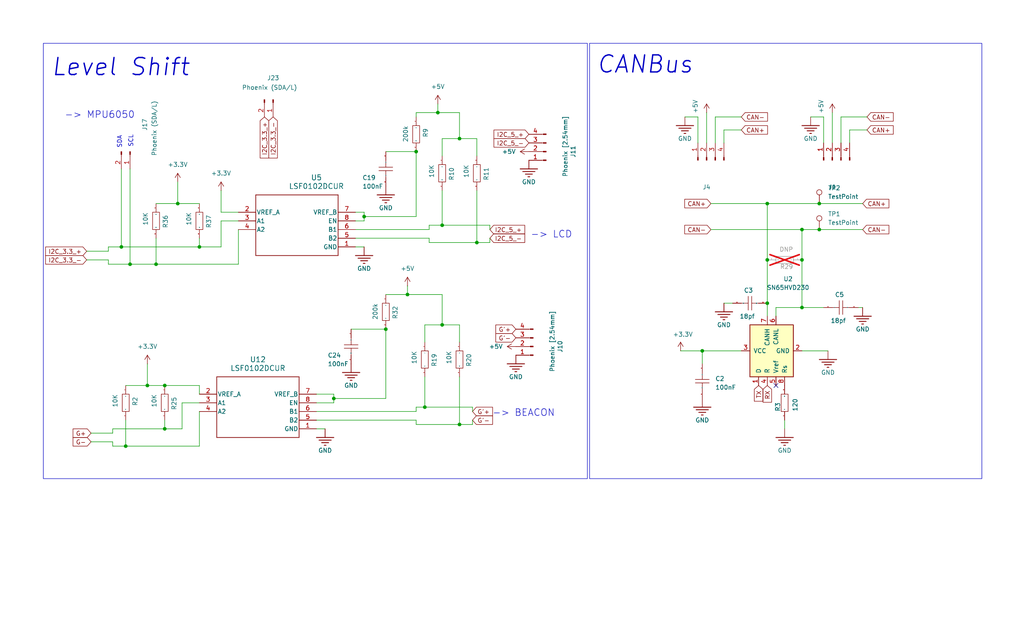
<source format=kicad_sch>
(kicad_sch (version 20250114) (generator "eeschema") (generator_version "9.0")
  (paper "User" 300 185)
  (lib_symbols
    (symbol "Connector:Conn_01x02_Pin" (pin_names (offset 1.016) (hide yes))
      (property "Reference" "J" (at 0 2.54 0))
      (property "Value" "Conn_01x02_Pin" (at 0 -5.08 0))
      (symbol "Conn_01x02_Pin_1_1"
        (rectangle (start 0.8636 0.127) (end 0 -0.127) (stroke (width 0.1524)) (fill (type outline)))
        (rectangle (start 0.8636 -2.413) (end 0 -2.667) (stroke (width 0.1524)) (fill (type outline)))
        (polyline (pts (xy 1.27 0) (xy 0.8636 0)) (stroke (width 0.1524)))
        (polyline (pts (xy 1.27 -2.54) (xy 0.8636 -2.54)) (stroke (width 0.1524)))
        (pin passive line (at 5.08 0 180) (length 3.81) (name "Pin_1") (number "1"))
        (pin passive line (at 5.08 -2.54 180) (length 3.81) (name "Pin_2") (number "2"))
      )
    )
    (symbol "Connector:Conn_01x04_Pin" (pin_names (offset 1.016) (hide yes))
      (property "Reference" "J" (at 0 5.08 0))
      (property "Value" "Conn_01x04_Pin" (at 0 -7.62 0))
      (symbol "Conn_01x04_Pin_1_1"
        (rectangle (start 0.8636 2.667) (end 0 2.413) (stroke (width 0.1524)) (fill (type outline)))
        (rectangle (start 0.8636 0.127) (end 0 -0.127) (stroke (width 0.1524)) (fill (type outline)))
        (rectangle (start 0.8636 -2.413) (end 0 -2.667) (stroke (width 0.1524)) (fill (type outline)))
        (rectangle (start 0.8636 -4.953) (end 0 -5.207) (stroke (width 0.1524)) (fill (type outline)))
        (polyline (pts (xy 1.27 2.54) (xy 0.8636 2.54)) (stroke (width 0.1524)))
        (polyline (pts (xy 1.27 0) (xy 0.8636 0)) (stroke (width 0.1524)))
        (polyline (pts (xy 1.27 -2.54) (xy 0.8636 -2.54)) (stroke (width 0.1524)))
        (polyline (pts (xy 1.27 -5.08) (xy 0.8636 -5.08)) (stroke (width 0.1524)))
        (pin passive line (at 5.08 2.54 180) (length 3.81) (name "Pin_1") (number "1"))
        (pin passive line (at 5.08 0 180) (length 3.81) (name "Pin_2") (number "2"))
        (pin passive line (at 5.08 -2.54 180) (length 3.81) (name "Pin_3") (number "3"))
        (pin passive line (at 5.08 -5.08 180) (length 3.81) (name "Pin_4") (number "4"))
      )
    )
    (symbol "Connector:TestPoint" (pin_numbers (hide yes)) (pin_names (offset 0.762) (hide yes))
      (property "Reference" "TP" (at 0 6.858 0))
      (property "Value" "TestPoint" (at 0 5.08 0))
      (symbol "TestPoint_0_1"
        (circle (center 0 3.302) (radius 0.762))
      )
      (symbol "TestPoint_1_1"
        (pin passive line (at 0 0 90) (length 2.54) (name "1") (number "1"))
      )
    )
    (symbol "Interface_CAN_LIN:SN65HVD230" (pin_names (offset 1.016))
      (property "Reference" "U" (at -2.54 10.16 0))
      (property "Value" "SN65HVD230" (at -2.54 7.62 0))
      (symbol "SN65HVD230_0_1"
        (rectangle (start -7.62 5.08) (end 7.62 -7.62) (stroke (width 0.254)) (fill (type background)))
      )
      (symbol "SN65HVD230_1_1"
        (pin input line (at -10.16 2.54 0) (length 2.54) (name "D") (number "1"))
        (pin output line (at -10.16 0 0) (length 2.54) (name "R") (number "4"))
        (pin output line (at -10.16 -2.54 0) (length 2.54) (name "Vref") (number "5"))
        (pin input line (at -10.16 -5.08 0) (length 2.54) (name "Rs") (number "8"))
        (pin power_in line (at 0 7.62 270) (length 2.54) (name "VCC") (number "3"))
        (pin power_in line (at 0 -10.16 90) (length 2.54) (name "GND") (number "2"))
        (pin bidirectional line (at 10.16 0 180) (length 2.54) (name "CANH") (number "7"))
        (pin bidirectional line (at 10.16 -2.54 180) (length 2.54) (name "CANL") (number "6"))
      )
    )
    (symbol "LSF0102DCUR_1" (pin_names (offset 0.254))
      (property "Reference" "U" (at -5.588 17.018 0))
      (property "Value" "LSF0102DCUR" (at -5.588 19.558 0))
      (symbol "LSF0102DCUR_1_0_1"
        (polyline (pts (xy -17.78 15.24) (xy -17.78 -2.54)) (stroke (width 0.2032)))
        (polyline (pts (xy -17.78 -2.54) (xy 6.35 -2.54)) (stroke (width 0.2032)))
        (polyline (pts (xy 6.35 15.24) (xy -17.78 15.24)) (stroke (width 0.2032)))
        (polyline (pts (xy 6.35 -2.54) (xy 6.35 15.24)) (stroke (width 0.2032)))
        (pin power_in line (at -22.86 10.16 0) (length 5.08) (name "VREF_A") (number "2"))
        (pin bidirectional line (at -22.86 7.62 0) (length 5.08) (name "A1") (number "3"))
        (pin bidirectional line (at -22.86 5.08 0) (length 5.08) (name "A2") (number "4"))
        (pin power_in line (at 11.43 10.16 180) (length 5.08) (name "VREF_B") (number "7"))
        (pin input line (at 11.43 7.62 180) (length 5.08) (name "EN") (number "8"))
        (pin bidirectional line (at 11.43 5.08 180) (length 5.08) (name "B1") (number "6"))
        (pin bidirectional line (at 11.43 2.54 180) (length 5.08) (name "B2") (number "5"))
        (pin power_in line (at 11.43 0 180) (length 5.08) (name "GND") (number "1"))
      )
    )
    (symbol "SJSU_common:LSF0102DCUR" (pin_names (offset 0.254))
      (property "Reference" "U" (at -5.588 17.018 0))
      (property "Value" "LSF0102DCUR" (at -5.588 19.558 0))
      (symbol "LSF0102DCUR_0_1"
        (polyline (pts (xy -17.78 15.24) (xy -17.78 -2.54)) (stroke (width 0.2032)))
        (polyline (pts (xy -17.78 -2.54) (xy 6.35 -2.54)) (stroke (width 0.2032)))
        (polyline (pts (xy 6.35 15.24) (xy -17.78 15.24)) (stroke (width 0.2032)))
        (polyline (pts (xy 6.35 -2.54) (xy 6.35 15.24)) (stroke (width 0.2032)))
        (pin power_in line (at -22.86 10.16 0) (length 5.08) (name "VREF_A") (number "2"))
        (pin bidirectional line (at -22.86 7.62 0) (length 5.08) (name "A1") (number "3"))
        (pin bidirectional line (at -22.86 5.08 0) (length 5.08) (name "A2") (number "4"))
        (pin power_in line (at 11.43 10.16 180) (length 5.08) (name "VREF_B") (number "7"))
        (pin input line (at 11.43 7.62 180) (length 5.08) (name "EN") (number "8"))
        (pin bidirectional line (at 11.43 5.08 180) (length 5.08) (name "B1") (number "6"))
        (pin bidirectional line (at 11.43 2.54 180) (length 5.08) (name "B2") (number "5"))
        (pin power_in line (at 11.43 0 180) (length 5.08) (name "GND") (number "1"))
      )
    )
    (symbol "finalhand-easyedapro:CAP"
      (symbol "CAP_1_0"
        (polyline (pts (xy -2.54 0) (xy -0.508 0)))
        (polyline (pts (xy -0.508 -2.032) (xy -0.508 2.032)))
        (polyline (pts (xy 0.508 2.032) (xy 0.508 -2.032)))
        (polyline (pts (xy 0.508 0) (xy 2.54 0)))
        (pin input line (at -5.08 0 0) (length 2.54) (name "2") (number "2"))
        (pin input line (at 5.08 0 180) (length 2.54) (name "1") (number "1"))
      )
    )
    (symbol "finalhand-easyedapro:Ground-GND" (power) (pin_numbers (hide yes)) (pin_names (hide yes))
      (property "Value" "GND" (at 0 -6.35 0))
      (symbol "Ground-GND_1_0"
        (polyline (pts (xy -2.54 -2.54) (xy 2.54 -2.54)) (stroke (width 0.254)))
        (polyline (pts (xy -1.778 -3.302) (xy 1.778 -3.302)) (stroke (width 0.254)))
        (polyline (pts (xy -1.016 -4.064) (xy 1.016 -4.064)) (stroke (width 0.254)))
        (polyline (pts (xy -0.254 -4.826) (xy 0.254 -4.826)) (stroke (width 0.254)))
        (pin power_in line (at 0 0 270) (length 2.54) (name "") (number "1"))
      )
    )
    (symbol "finalhand-easyedapro:Res"
      (symbol "Res_1_0"
        (rectangle (start -2.54 1.016) (end 2.54 -1.016))
        (pin input line (at -5.08 0 0) (length 2.54) (name "1") (number "1"))
        (pin input line (at 5.08 0 180) (length 2.54) (name "2") (number "2"))
      )
    )
    (symbol "power:+3.3V" (power) (pin_numbers (hide yes)) (pin_names (offset 0) (hide yes))
      (property "Value" "+3.3V" (at 0 3.556 0))
      (symbol "+3.3V_0_1"
        (polyline (pts (xy -0.762 1.27) (xy 0 2.54)))
        (polyline (pts (xy 0 2.54) (xy 0.762 1.27)))
        (polyline (pts (xy 0 0) (xy 0 2.54)))
      )
      (symbol "+3.3V_1_1"
        (pin power_in line (at 0 0 90) (length 0) (name "~") (number "1"))
      )
    )
    (symbol "power:+5V" (power) (pin_numbers (hide yes)) (pin_names (offset 0) (hide yes))
      (property "Value" "+5V" (at 0 3.556 0))
      (symbol "+5V_0_1"
        (polyline (pts (xy -0.762 1.27) (xy 0 2.54)))
        (polyline (pts (xy 0 2.54) (xy 0.762 1.27)))
        (polyline (pts (xy 0 0) (xy 0 2.54)))
      )
      (symbol "+5V_1_1"
        (pin power_in line (at 0 0 90) (length 0) (name "~") (number "1"))
      )
    )
  )
  (rectangle (start 172.72 12.7) (end 287.655 140.335))
  (rectangle (start 12.7 12.7) (end 172.085 140.335))
  (text "SDA" (at 35.052 41.656 90) (effects (font (size 1.27 1.27))))
  (text "SCL" (at 38.354 41.402 90) (effects (font (size 1.27 1.27))))
  (text "CANBus" (at 188.976 19.05 0) (effects (font (size 5 5) (thickness 0.4) (bold yes) (italic yes))))
  (text " -> MPU6050" (at 28.448 33.782 0) (effects (font (size 2 2))))
  (text "-> BEACON" (at 153.416 121.158 0) (effects (font (size 2 2))))
  (text "Level Shift" (at 35.306 19.812 0) (effects (font (size 5 5) (thickness 0.4) (bold yes) (italic yes))))
  (text " -> LCD" (at 160.782 68.834 0) (effects (font (size 2 2))))
  (junction (at 48.26 113.03))
  (junction (at 128.27 33.02))
  (junction (at 240.03 67.31))
  (junction (at 119.38 86.36))
  (junction (at 45.72 77.47))
  (junction (at 134.62 124.46))
  (junction (at 134.62 40.64))
  (junction (at 36.83 130.81))
  (junction (at 43.18 113.03))
  (junction (at 129.54 66.04))
  (junction (at 121.92 44.45))
  (junction (at 124.46 119.38))
  (junction (at 97.79 116.84))
  (junction (at 52.07 59.69))
  (junction (at 224.79 59.69))
  (junction (at 113.03 96.52))
  (junction (at 106.68 63.5))
  (junction (at 205.74 102.87))
  (junction (at 35.56 72.39))
  (junction (at 38.1 77.47))
  (junction (at 48.26 125.73))
  (junction (at 234.95 76.2))
  (junction (at 234.95 67.31))
  (junction (at 58.42 72.39))
  (junction (at 224.79 88.9))
  (junction (at 234.95 90.17))
  (junction (at 139.7 71.12))
  (junction (at 240.03 59.69))
  (junction (at 224.79 76.2))
  (junction (at 129.54 95.25))
  (no_connect (at 227.33 113.03))
  (wire (pts (xy 128.27 33.02) (xy 128.27 30.48)))
  (wire (pts (xy 92.71 125.73) (xy 95.25 125.73)))
  (wire (pts (xy 134.62 33.02) (xy 134.62 40.64)))
  (wire (pts (xy 121.92 119.38) (xy 124.46 119.38)))
  (wire (pts (xy 36.83 130.81) (xy 58.42 130.81)))
  (wire (pts (xy 43.18 113.03) (xy 48.26 113.03)))
  (wire (pts (xy 125.73 71.12) (xy 139.7 71.12)))
  (wire (pts (xy 45.72 77.47) (xy 69.85 77.47)))
  (wire (pts (xy 208.28 67.31) (xy 234.95 67.31)))
  (wire (pts (xy 224.79 76.2) (xy 224.79 88.9)))
  (wire (pts (xy 106.68 63.5) (xy 121.92 63.5)))
  (wire (pts (xy 33.02 130.81) (xy 36.83 130.81)))
  (wire (pts (xy 237.49 34.29) (xy 241.3 34.29)))
  (wire (pts (xy 124.46 100.33) (xy 124.46 95.25)))
  (wire (pts (xy 33.02 127) (xy 33.02 125.73)))
  (wire (pts (xy 248.92 38.1) (xy 248.92 41.91)))
  (wire (pts (xy 139.7 40.64) (xy 139.7 45.72)))
  (wire (pts (xy 224.79 88.9) (xy 224.79 92.71)))
  (wire (pts (xy 254 38.1) (xy 248.92 38.1)))
  (wire (pts (xy 227.33 90.17) (xy 234.95 90.17)))
  (wire (pts (xy 240.03 59.69) (xy 252.73 59.69)))
  (wire (pts (xy 124.46 119.38) (xy 138.43 119.38)))
  (wire (pts (xy 58.42 118.11) (xy 53.34 118.11)))
  (wire (pts (xy 58.42 120.65) (xy 58.42 130.81)))
  (wire (pts (xy 48.26 113.03) (xy 58.42 113.03)))
  (wire (pts (xy 125.73 66.04) (xy 129.54 66.04)))
  (wire (pts (xy 69.85 64.77) (xy 64.77 64.77)))
  (wire (pts (xy 121.92 120.65) (xy 121.92 119.38)))
  (wire (pts (xy 58.42 69.85) (xy 58.42 72.39)))
  (wire (pts (xy 92.71 123.19) (xy 121.92 123.19)))
  (wire (pts (xy 217.17 38.1) (xy 212.09 38.1)))
  (wire (pts (xy 212.09 88.9) (xy 214.63 88.9)))
  (wire (pts (xy 224.79 59.69) (xy 224.79 76.2)))
  (wire (pts (xy 38.1 77.47) (xy 45.72 77.47)))
  (wire (pts (xy 92.71 118.11) (xy 97.79 118.11)))
  (wire (pts (xy 129.54 86.36) (xy 129.54 95.25)))
  (wire (pts (xy 48.26 125.73) (xy 53.34 125.73)))
  (wire (pts (xy 129.54 95.25) (xy 134.62 95.25)))
  (wire (pts (xy 240.03 67.31) (xy 252.73 67.31)))
  (wire (pts (xy 64.77 55.88) (xy 64.77 62.23)))
  (wire (pts (xy 31.75 72.39) (xy 35.56 72.39)))
  (wire (pts (xy 227.33 90.17) (xy 227.33 92.71)))
  (wire (pts (xy 25.4 76.2) (xy 31.75 76.2)))
  (wire (pts (xy 143.51 69.85) (xy 143.51 71.12)))
  (wire (pts (xy 212.09 38.1) (xy 212.09 41.91)))
  (wire (pts (xy 104.14 72.39) (xy 106.68 72.39)))
  (wire (pts (xy 69.85 67.31) (xy 69.85 77.47)))
  (wire (pts (xy 106.68 63.5) (xy 106.68 62.23)))
  (wire (pts (xy 209.55 34.29) (xy 209.55 41.91)))
  (wire (pts (xy 121.92 33.02) (xy 128.27 33.02)))
  (wire (pts (xy 128.27 33.02) (xy 134.62 33.02)))
  (wire (pts (xy 104.14 69.85) (xy 125.73 69.85)))
  (wire (pts (xy 106.68 64.77) (xy 106.68 63.5)))
  (wire (pts (xy 45.72 59.69) (xy 52.07 59.69)))
  (wire (pts (xy 25.4 73.66) (xy 31.75 73.66)))
  (wire (pts (xy 138.43 119.38) (xy 138.43 120.65)))
  (wire (pts (xy 252.73 90.17) (xy 251.46 90.17)))
  (wire (pts (xy 113.03 96.52) (xy 113.03 116.84)))
  (wire (pts (xy 229.87 123.19) (xy 229.87 125.73)))
  (wire (pts (xy 254 34.29) (xy 246.38 34.29)))
  (wire (pts (xy 45.72 69.85) (xy 45.72 77.47)))
  (wire (pts (xy 125.73 67.31) (xy 125.73 66.04)))
  (wire (pts (xy 48.26 123.19) (xy 48.26 125.73)))
  (wire (pts (xy 138.43 124.46) (xy 134.62 124.46)))
  (wire (pts (xy 207.01 33.02) (xy 207.01 41.91)))
  (wire (pts (xy 33.02 125.73) (xy 48.26 125.73)))
  (wire (pts (xy 58.42 113.03) (xy 58.42 115.57)))
  (wire (pts (xy 234.95 90.17) (xy 241.3 90.17)))
  (wire (pts (xy 134.62 110.49) (xy 134.62 124.46)))
  (wire (pts (xy 129.54 40.64) (xy 134.62 40.64)))
  (wire (pts (xy 26.67 129.54) (xy 33.02 129.54)))
  (wire (pts (xy 119.38 86.36) (xy 129.54 86.36)))
  (wire (pts (xy 35.56 72.39) (xy 58.42 72.39)))
  (wire (pts (xy 113.03 86.36) (xy 119.38 86.36)))
  (wire (pts (xy 129.54 55.88) (xy 129.54 66.04)))
  (wire (pts (xy 35.56 49.53) (xy 35.56 72.39)))
  (wire (pts (xy 36.83 113.03) (xy 43.18 113.03)))
  (wire (pts (xy 204.47 34.29) (xy 200.66 34.29)))
  (wire (pts (xy 124.46 95.25) (xy 129.54 95.25)))
  (wire (pts (xy 97.79 118.11) (xy 97.79 116.84)))
  (wire (pts (xy 104.14 67.31) (xy 125.73 67.31)))
  (wire (pts (xy 134.62 95.25) (xy 134.62 100.33)))
  (wire (pts (xy 38.1 49.53) (xy 38.1 77.47)))
  (wire (pts (xy 31.75 73.66) (xy 31.75 72.39)))
  (wire (pts (xy 243.84 33.02) (xy 243.84 41.91)))
  (wire (pts (xy 139.7 71.12) (xy 143.51 71.12)))
  (wire (pts (xy 31.75 77.47) (xy 38.1 77.47)))
  (wire (pts (xy 208.28 59.69) (xy 224.79 59.69)))
  (wire (pts (xy 121.92 44.45) (xy 121.92 63.5)))
  (wire (pts (xy 113.03 44.45) (xy 121.92 44.45)))
  (wire (pts (xy 36.83 123.19) (xy 36.83 130.81)))
  (wire (pts (xy 58.42 72.39) (xy 64.77 72.39)))
  (wire (pts (xy 234.95 76.2) (xy 234.95 90.17)))
  (wire (pts (xy 64.77 62.23) (xy 69.85 62.23)))
  (wire (pts (xy 217.17 34.29) (xy 209.55 34.29)))
  (wire (pts (xy 129.54 45.72) (xy 129.54 40.64)))
  (wire (pts (xy 119.38 86.36) (xy 119.38 83.82)))
  (wire (pts (xy 143.51 66.04) (xy 143.51 67.31)))
  (wire (pts (xy 204.47 41.91) (xy 204.47 34.29)))
  (wire (pts (xy 199.39 102.87) (xy 205.74 102.87)))
  (wire (pts (xy 134.62 40.64) (xy 139.7 40.64)))
  (wire (pts (xy 121.92 34.29) (xy 121.92 33.02)))
  (wire (pts (xy 104.14 64.77) (xy 106.68 64.77)))
  (wire (pts (xy 64.77 64.77) (xy 64.77 72.39)))
  (wire (pts (xy 139.7 55.88) (xy 139.7 71.12)))
  (wire (pts (xy 138.43 123.19) (xy 138.43 124.46)))
  (wire (pts (xy 92.71 115.57) (xy 97.79 115.57)))
  (wire (pts (xy 92.71 120.65) (xy 121.92 120.65)))
  (wire (pts (xy 234.95 102.87) (xy 242.57 102.87)))
  (wire (pts (xy 31.75 76.2) (xy 31.75 77.47)))
  (wire (pts (xy 124.46 110.49) (xy 124.46 119.38)))
  (wire (pts (xy 224.79 59.69) (xy 240.03 59.69)))
  (wire (pts (xy 53.34 118.11) (xy 53.34 125.73)))
  (wire (pts (xy 52.07 59.69) (xy 58.42 59.69)))
  (wire (pts (xy 246.38 34.29) (xy 246.38 41.91)))
  (wire (pts (xy 234.95 67.31) (xy 240.03 67.31)))
  (wire (pts (xy 125.73 69.85) (xy 125.73 71.12)))
  (wire (pts (xy 121.92 124.46) (xy 134.62 124.46)))
  (wire (pts (xy 52.07 53.34) (xy 52.07 59.69)))
  (wire (pts (xy 205.74 106.68) (xy 205.74 102.87)))
  (wire (pts (xy 43.18 106.68) (xy 43.18 113.03)))
  (wire (pts (xy 129.54 66.04) (xy 143.51 66.04)))
  (wire (pts (xy 33.02 129.54) (xy 33.02 130.81)))
  (wire (pts (xy 97.79 116.84) (xy 97.79 115.57)))
  (wire (pts (xy 26.67 127) (xy 33.02 127)))
  (wire (pts (xy 104.14 62.23) (xy 106.68 62.23)))
  (wire (pts (xy 102.87 96.52) (xy 113.03 96.52)))
  (wire (pts (xy 241.3 41.91) (xy 241.3 34.29)))
  (wire (pts (xy 97.79 116.84) (xy 113.03 116.84)))
  (wire (pts (xy 234.95 67.31) (xy 234.95 76.2)))
  (wire (pts (xy 205.74 102.87) (xy 217.17 102.87)))
  (wire (pts (xy 121.92 123.19) (xy 121.92 124.46)))
  (global_label "RX" (shape input) (at 224.79 113.03 270) (property "Intersheetrefs" "${INTERSHEET_REFS}" (effects (hide yes))))
  (global_label "G-" (shape input) (at 26.67 129.54 180) (property "Intersheetrefs" "${INTERSHEET_REFS}" (effects (hide yes))))
  (global_label "I2C_5_-" (shape input) (at 154.94 41.91 180) (property "Intersheetrefs" "${INTERSHEET_REFS}" (effects (hide yes))))
  (global_label "CAN-" (shape input) (at 217.17 34.29 0) (property "Intersheetrefs" "${INTERSHEET_REFS}" (effects (hide yes))))
  (global_label "CAN+" (shape input) (at 254 38.1 0) (property "Intersheetrefs" "${INTERSHEET_REFS}" (effects (hide yes))))
  (global_label "I2C_3.3_+" (shape input) (at 25.4 73.66 180) (property "Intersheetrefs" "${INTERSHEET_REFS}" (effects (hide yes))))
  (global_label "CAN+" (shape input) (at 208.28 59.69 180) (property "Intersheetrefs" "${INTERSHEET_REFS}" (effects (hide yes))))
  (global_label "I2C_5_+" (shape input) (at 143.51 67.31 0) (property "Intersheetrefs" "${INTERSHEET_REFS}" (effects (hide yes))))
  (global_label "CAN+" (shape input) (at 252.73 59.69 0) (property "Intersheetrefs" "${INTERSHEET_REFS}" (effects (hide yes))))
  (global_label "TX" (shape input) (at 222.25 113.03 270) (property "Intersheetrefs" "${INTERSHEET_REFS}" (effects (hide yes))))
  (global_label "I2C_3.3_-" (shape input) (at 25.4 76.2 180) (property "Intersheetrefs" "${INTERSHEET_REFS}" (effects (hide yes))))
  (global_label "CAN+" (shape input) (at 217.17 38.1 0) (property "Intersheetrefs" "${INTERSHEET_REFS}" (effects (hide yes))))
  (global_label "G'-" (shape input) (at 151.13 99.06 180) (property "Intersheetrefs" "${INTERSHEET_REFS}" (effects (hide yes))))
  (global_label "I2C_5_+" (shape input) (at 154.94 39.37 180) (property "Intersheetrefs" "${INTERSHEET_REFS}" (effects (hide yes))))
  (global_label "I2C_5_-" (shape input) (at 143.51 69.85 0) (property "Intersheetrefs" "${INTERSHEET_REFS}" (effects (hide yes))))
  (global_label "G'+" (shape input) (at 138.43 120.65 0) (property "Intersheetrefs" "${INTERSHEET_REFS}" (effects (hide yes))))
  (global_label "G'-" (shape input) (at 138.43 123.19 0) (property "Intersheetrefs" "${INTERSHEET_REFS}" (effects (hide yes))))
  (global_label "I2C_3.3_+" (shape input) (at 77.47 34.29 270) (property "Intersheetrefs" "${INTERSHEET_REFS}" (effects (hide yes))))
  (global_label "I2C_3.3_-" (shape input) (at 80.01 34.29 270) (property "Intersheetrefs" "${INTERSHEET_REFS}" (effects (hide yes))))
  (global_label "G+" (shape input) (at 26.67 127 180) (property "Intersheetrefs" "${INTERSHEET_REFS}" (effects (hide yes))))
  (global_label "CAN-" (shape input) (at 254 34.29 0) (property "Intersheetrefs" "${INTERSHEET_REFS}" (effects (hide yes))))
  (global_label "G'+" (shape input) (at 151.13 96.52 180) (property "Intersheetrefs" "${INTERSHEET_REFS}" (effects (hide yes))))
  (global_label "CAN-" (shape input) (at 208.28 67.31 180) (property "Intersheetrefs" "${INTERSHEET_REFS}" (effects (hide yes))))
  (global_label "CAN-" (shape input) (at 252.73 67.31 0) (property "Intersheetrefs" "${INTERSHEET_REFS}" (effects (hide yes))))
  (symbol (lib_id "finalhand-easyedapro:Ground-GND") (at 200.66 34.29 0) (unit 1)
    (property "Reference" "#PWR02" (effects (hide yes)))
    (property "Value" "GND" (at 200.66 40.64 0))
    (property "Footprint" "finalhand-easyedapro:" (effects (hide yes)))
    (property "Description" "Power symbol creates a global label with name 'GND'" (effects (hide yes)))
  )
  (symbol (lib_id "finalhand-easyedapro:Res") (at 124.46 105.41 270) (unit 1)
    (property "Reference" "R19" (at 126.492 103.632 0) (effects (justify left bottom)))
    (property "Value" "10K" (at 120.65 102.87 0) (effects (justify left bottom)))
    (property "Footprint" "Capacitor_SMD:C_0402_1005Metric" (effects (hide yes)))
  )
  (symbol (lib_id "finalhand-easyedapro:Ground-GND") (at 106.68 72.39 0) (unit 1)
    (property "Reference" "#PWR029" (effects (hide yes)))
    (property "Value" "GND" (at 106.68 78.74 0))
    (property "Footprint" "finalhand-easyedapro:" (effects (hide yes)))
    (property "Description" "Power symbol creates a global label with name 'GND'" (effects (hide yes)))
  )
  (symbol (lib_id "power:+5V") (at 207.01 33.02 0) (unit 1)
    (property "Reference" "#PWR01" (effects (hide yes)))
    (property "Value" "+5V" (at 203.708 33.274 90) (effects (justify left)))
    (property "Description" "Power symbol creates a global label with name \"+5V\"" (effects (hide yes)))
  )
  (symbol (lib_id "finalhand-easyedapro:CAP") (at 219.71 88.9 180) (unit 1)
    (property "Reference" "C3" (at 217.932 85.852 0) (effects (justify right top)))
    (property "Value" "18pf" (at 216.662 93.472 0) (effects (justify right top)))
    (property "Footprint" "Capacitor_SMD:C_0603_1608Metric" (effects (hide yes)))
  )
  (symbol (lib_id "finalhand-easyedapro:Ground-GND") (at 205.74 116.84 0) (unit 1)
    (property "Reference" "#PWR06" (effects (hide yes)))
    (property "Value" "GND" (at 205.74 123.19 0))
    (property "Footprint" "finalhand-easyedapro:" (effects (hide yes)))
    (property "Description" "Power symbol creates a global label with name 'GND'" (effects (hide yes)))
  )
  (symbol (lib_id "Connector:Conn_01x02_Pin") (at 80.01 29.21 270) (unit 1)
    (property "Reference" "J23" (at 78.232 22.86 90) (effects (justify left)))
    (property "Value" "Phoenix (SDA/L)" (at 70.866 25.654 90) (effects (justify left)))
    (property "Footprint" "SJSU_common:Pluggable_Terminal_2.54mm_2P_Vertical" (effects (hide yes)))
    (property "Description" "Generic connector, single row, 01x02, script generated" (effects (hide yes)))
  )
  (symbol (lib_id "Connector:Conn_01x04_Pin") (at 207.01 46.99 90) (unit 1)
    (property "Reference" "J4" (at 207.01 54.864 90))
    (property "Value" "Phoenix [2.54mm]" (effects (hide yes)))
    (property "Footprint" "SJSU_common:Pluggable_Terminal_2.54mm_4P_Vertical" (effects (hide yes)))
    (property "Description" "Generic connector, single row, 01x04, script generated" (effects (hide yes)))
  )
  (symbol (lib_id "finalhand-easyedapro:Res") (at 129.54 50.8 270) (unit 1)
    (property "Reference" "R10" (at 131.572 49.022 0) (effects (justify left bottom)))
    (property "Value" "10K" (at 125.73 48.26 0) (effects (justify left bottom)))
    (property "Footprint" "Capacitor_SMD:C_0402_1005Metric" (effects (hide yes)))
  )
  (symbol (lib_id "power:+3.3V") (at 199.39 102.87 0) (unit 1)
    (property "Reference" "#PWR065" (effects (hide yes)))
    (property "Value" "+3.3V" (at 197.104 98.044 0) (effects (justify left)))
    (property "Description" "Power symbol creates a global label with name \"+3.3V\"" (effects (hide yes)))
  )
  (symbol (lib_id "finalhand-easyedapro:Res") (at 134.62 105.41 270) (unit 1)
    (property "Reference" "R20" (at 136.652 103.632 0) (effects (justify left bottom)))
    (property "Value" "10K" (at 130.81 102.87 0) (effects (justify left bottom)))
    (property "Footprint" "Capacitor_SMD:C_0402_1005Metric" (effects (hide yes)))
  )
  (symbol (lib_id "finalhand-easyedapro:Res") (at 139.7 50.8 270) (unit 1)
    (property "Reference" "R11" (at 141.732 49.022 0) (effects (justify left bottom)))
    (property "Value" "10K" (at 135.89 48.26 0) (effects (justify left bottom)))
    (property "Footprint" "Capacitor_SMD:C_0402_1005Metric" (effects (hide yes)))
  )
  (symbol (lib_id "finalhand-easyedapro:CAP") (at 205.74 111.76 90) (unit 1)
    (property "Reference" "C2" (at 209.55 111.76 90) (effects (justify right top)))
    (property "Value" "100nF" (at 209.55 114.3 90) (effects (justify right top)))
    (property "Footprint" "Capacitor_SMD:C_0603_1608Metric" (effects (hide yes)))
  )
  (symbol (lib_id "finalhand-easyedapro:Ground-GND") (at 229.87 125.73 0) (unit 1)
    (property "Reference" "#PWR09" (effects (hide yes)))
    (property "Value" "GND" (at 229.87 132.08 0))
    (property "Footprint" "finalhand-easyedapro:" (effects (hide yes)))
    (property "Description" "Power symbol creates a global label with name 'GND'" (effects (hide yes)))
  )
  (symbol (lib_id "finalhand-easyedapro:Res") (at 36.83 118.11 270) (unit 1)
    (property "Reference" "R2" (at 38.862 116.332 0) (effects (justify left bottom)))
    (property "Value" "10K" (at 33.02 115.57 0) (effects (justify left bottom)))
    (property "Footprint" "Capacitor_SMD:C_0402_1005Metric" (effects (hide yes)))
  )
  (symbol (lib_id "finalhand-easyedapro:CAP") (at 102.87 101.6 90) (unit 1)
    (property "Reference" "C24" (at 96.012 104.902 90) (effects (justify right top)))
    (property "Value" "100nF" (at 96.012 107.442 90) (effects (justify right top)))
    (property "Footprint" "Capacitor_SMD:C_0603_1608Metric" (effects (hide yes)))
  )
  (symbol (lib_id "power:+5V") (at 128.27 30.48 0) (unit 1)
    (property "Reference" "#PWR031" (effects (hide yes)))
    (property "Value" "+5V" (at 128.27 25.4 0))
    (property "Description" "Power symbol creates a global label with name \"+5V\"" (effects (hide yes)))
  )
  (symbol (lib_id "power:+5V") (at 154.94 44.45 90) (unit 1)
    (property "Reference" "#PWR033" (effects (hide yes)))
    (property "Value" "+5V" (at 151.13 44.4499 90) (effects (justify left)))
    (property "Description" "Power symbol creates a global label with name \"+5V\"" (effects (hide yes)))
  )
  (symbol (lib_id "Connector:TestPoint") (at 240.03 59.69 0) (unit 1)
    (property "Reference" "TP2" (at 242.57 55.1179 0) (effects (justify left)))
    (property "Value" "TestPoint" (at 242.57 57.6579 0) (effects (justify left)))
    (property "Footprint" "TestPoint:TestPoint_Pad_D1.0mm" (effects (hide yes)))
    (property "Description" "test point" (effects (hide yes)))
  )
  (symbol (lib_id "finalhand-easyedapro:Res") (at 45.72 64.77 270) (unit 1)
    (property "Reference" "R36" (at 47.752 62.992 0) (effects (justify left bottom)))
    (property "Value" "10K" (at 41.91 62.23 0) (effects (justify left bottom)))
    (property "Footprint" "Resistor_SMD:R_0402_1005Metric" (effects (hide yes)))
  )
  (symbol (lib_id "finalhand-easyedapro:CAP") (at 246.38 90.17 180) (unit 1)
    (property "Reference" "C5" (at 244.602 87.122 0) (effects (justify right top)))
    (property "Value" "18pf" (at 243.332 94.742 0) (effects (justify right top)))
    (property "Footprint" "Capacitor_SMD:C_0603_1608Metric" (effects (hide yes)))
  )
  (symbol (lib_id "power:+5V") (at 119.38 83.82 0) (unit 1)
    (property "Reference" "#PWR0100" (effects (hide yes)))
    (property "Value" "+5V" (at 119.38 78.74 0))
    (property "Description" "Power symbol creates a global label with name \"+5V\"" (effects (hide yes)))
  )
  (symbol (lib_id "finalhand-easyedapro:Res") (at 58.42 64.77 270) (unit 1)
    (property "Reference" "R37" (at 60.452 62.992 0) (effects (justify left bottom)))
    (property "Value" "10K" (at 54.61 62.23 0) (effects (justify left bottom)))
    (property "Footprint" "Resistor_SMD:R_0402_1005Metric" (effects (hide yes)))
  )
  (symbol (lib_id "finalhand-easyedapro:Res") (at 48.26 118.11 270) (unit 1)
    (property "Reference" "R25" (at 50.292 116.332 0) (effects (justify left bottom)))
    (property "Value" "10K" (at 44.45 115.57 0) (effects (justify left bottom)))
    (property "Footprint" "Capacitor_SMD:C_0402_1005Metric" (effects (hide yes)))
  )
  (symbol (lib_id "finalhand-easyedapro:Res") (at 113.03 91.44 270) (unit 1)
    (property "Reference" "R32" (at 115.062 89.662 0) (effects (justify left bottom)))
    (property "Value" "200k" (at 109.22 88.9 0) (effects (justify left bottom)))
    (property "Footprint" "Resistor_SMD:R_0603_1608Metric" (effects (hide yes)))
  )
  (symbol (lib_id "finalhand-easyedapro:Ground-GND") (at 154.94 46.99 0) (unit 1)
    (property "Reference" "#PWR032" (effects (hide yes)))
    (property "Value" "GND" (at 154.94 53.34 0))
    (property "Footprint" "finalhand-easyedapro:" (effects (hide yes)))
    (property "Description" "Power symbol creates a global label with name 'GND'" (effects (hide yes)))
  )
  (symbol (lib_id "SJSU_common:LSF0102DCUR") (at 92.71 72.39 0) (unit 1)
    (property "Reference" "U5" (at 92.71 52.07 0) (effects (font (size 1.524 1.524))))
    (property "Value" "LSF0102DCUR" (at 92.71 54.61 0) (effects (font (size 1.524 1.524))))
    (property "Footprint" "Package_SO:VSSOP-8_2.3x2mm_P0.5mm" (effects (hide yes)))
    (property "Datasheet" "LSF0102DCUR" (effects (hide yes)))
  )
  (symbol (lib_id "finalhand-easyedapro:CAP") (at 113.03 49.53 90) (unit 1)
    (property "Reference" "C19" (at 106.172 52.832 90) (effects (justify right top)))
    (property "Value" "100nF" (at 106.172 55.372 90) (effects (justify right top)))
    (property "Footprint" "Capacitor_SMD:C_0603_1608Metric" (effects (hide yes)))
  )
  (symbol (lib_id "power:+5V") (at 151.13 101.6 90) (unit 1)
    (property "Reference" "#PWR030" (effects (hide yes)))
    (property "Value" "+5V" (at 147.32 101.5999 90) (effects (justify left)))
    (property "Description" "Power symbol creates a global label with name \"+5V\"" (effects (hide yes)))
  )
  (symbol (lib_id "Connector:TestPoint") (at 240.03 67.31 0) (unit 1)
    (property "Reference" "TP1" (at 242.57 62.7379 0) (effects (justify left)))
    (property "Value" "TestPoint" (at 242.57 65.2779 0) (effects (justify left)))
    (property "Footprint" "TestPoint:TestPoint_Pad_D1.0mm" (effects (hide yes)))
    (property "Description" "test point" (effects (hide yes)))
  )
  (symbol (lib_id "finalhand-easyedapro:Ground-GND") (at 242.57 102.87 0) (unit 1)
    (property "Reference" "#PWR011" (effects (hide yes)))
    (property "Value" "GND" (at 242.57 109.22 0))
    (property "Footprint" "finalhand-easyedapro:" (effects (hide yes)))
    (property "Description" "Power symbol creates a global label with name 'GND'" (effects (hide yes)))
  )
  (symbol (lib_id "power:+3.3V") (at 43.18 106.68 0) (unit 1)
    (property "Reference" "#PWR094" (effects (hide yes)))
    (property "Value" "+3.3V" (at 43.18 101.6 0))
    (property "Description" "Power symbol creates a global label with name \"+3.3V\"" (effects (hide yes)))
  )
  (symbol (lib_id "finalhand-easyedapro:Res") (at 121.92 39.37 270) (unit 1)
    (property "Reference" "R9" (at 123.952 37.592 0) (effects (justify left bottom)))
    (property "Value" "200k" (at 118.11 36.83 0) (effects (justify left bottom)))
    (property "Footprint" "Resistor_SMD:R_0603_1608Metric" (effects (hide yes)))
  )
  (symbol (lib_id "finalhand-easyedapro:Ground-GND") (at 212.09 88.9 0) (unit 1)
    (property "Reference" "#PWR07" (effects (hide yes)))
    (property "Value" "GND" (at 212.09 95.25 0))
    (property "Footprint" "finalhand-easyedapro:" (effects (hide yes)))
    (property "Description" "Power symbol creates a global label with name 'GND'" (effects (hide yes)))
  )
  (symbol (lib_id "power:+3.3V") (at 64.77 55.88 0) (unit 1)
    (property "Reference" "#PWR068" (effects (hide yes)))
    (property "Value" "+3.3V" (at 64.77 50.8 0))
    (property "Description" "Power symbol creates a global label with name \"+3.3V\"" (effects (hide yes)))
  )
  (symbol (lib_name "LSF0102DCUR_1") (lib_id "SJSU_common:LSF0102DCUR") (at 81.28 125.73 0) (unit 1)
    (property "Reference" "U12" (at 75.565 105.41 0) (effects (font (size 1.524 1.524))))
    (property "Value" "LSF0102DCUR" (at 75.565 107.95 0) (effects (font (size 1.524 1.524))))
    (property "Footprint" "Package_SO:VSSOP-8_2.3x2mm_P0.5mm" (effects (hide yes)))
    (property "Datasheet" "LSF0102DCUR" (effects (hide yes)))
  )
  (symbol (lib_id "finalhand-easyedapro:Ground-GND") (at 102.87 106.68 0) (unit 1)
    (property "Reference" "#PWR099" (effects (hide yes)))
    (property "Value" "GND" (at 102.87 113.03 0))
    (property "Footprint" "finalhand-easyedapro:" (effects (hide yes)))
    (property "Description" "Power symbol creates a global label with name 'GND'" (effects (hide yes)))
  )
  (symbol (lib_id "finalhand-easyedapro:Ground-GND") (at 113.03 54.61 0) (unit 1)
    (property "Reference" "#PWR060" (effects (hide yes)))
    (property "Value" "GND" (at 113.03 60.96 0))
    (property "Footprint" "finalhand-easyedapro:" (effects (hide yes)))
    (property "Description" "Power symbol creates a global label with name 'GND'" (effects (hide yes)))
  )
  (symbol (lib_id "power:+3.3V") (at 52.07 53.34 0) (unit 1)
    (property "Reference" "#PWR079" (effects (hide yes)))
    (property "Value" "+3.3V" (at 52.07 48.26 0))
    (property "Description" "Power symbol creates a global label with name \"+3.3V\"" (effects (hide yes)))
  )
  (symbol (lib_id "finalhand-easyedapro:Ground-GND") (at 151.13 104.14 0) (unit 1)
    (property "Reference" "#PWR028" (effects (hide yes)))
    (property "Value" "GND" (at 151.13 110.49 0))
    (property "Footprint" "finalhand-easyedapro:" (effects (hide yes)))
    (property "Description" "Power symbol creates a global label with name 'GND'" (effects (hide yes)))
  )
  (symbol (lib_id "Connector:Conn_01x02_Pin") (at 38.1 44.45 270) (unit 1)
    (property "Reference" "J17" (at 42.418 38.354 0) (effects (justify right)))
    (property "Value" "Phoenix (SDA/L)" (at 45.212 45.72 0) (effects (justify right)))
    (property "Footprint" "SJSU_common:Pluggable_Terminal_2.54mm_2P_Vertical" (effects (hide yes)))
    (property "Description" "Generic connector, single row, 01x02, script generated" (effects (hide yes)))
  )
  (symbol (lib_id "Connector:Conn_01x04_Pin") (at 160.02 44.45 180) (unit 1)
    (property "Reference" "J11" (at 167.894 44.45 90))
    (property "Value" "Phoenix [2.54mm]" (at 165.608 42.926 90))
    (property "Footprint" "SJSU_common:Pluggable_Terminal_2.54mm_4P_Vertical" (effects (hide yes)))
    (property "Description" "Generic connector, single row, 01x04, script generated" (effects (hide yes)))
  )
  (symbol (lib_id "finalhand-easyedapro:Ground-GND") (at 252.73 90.17 0) (unit 1)
    (property "Reference" "#PWR012" (effects (hide yes)))
    (property "Value" "GND" (at 252.73 96.52 0))
    (property "Footprint" "finalhand-easyedapro:" (effects (hide yes)))
    (property "Description" "Power symbol creates a global label with name 'GND'" (effects (hide yes)))
  )
  (symbol (lib_id "Connector:Conn_01x04_Pin") (at 243.84 46.99 90) (unit 1)
    (property "Reference" "J1" (at 243.84 54.864 90))
    (property "Value" "Phoenix [2.54mm]" (effects (hide yes)))
    (property "Footprint" "SJSU_common:Pluggable_Terminal_2.54mm_4P_Vertical" (effects (hide yes)))
    (property "Description" "Generic connector, single row, 01x04, script generated" (effects (hide yes)))
  )
  (symbol (lib_id "finalhand-easyedapro:Res") (at 229.87 76.2 180) (unit 1) (dnp yes)
    (property "Reference" "R29" (at 232.41 77.47 0) (effects (justify left bottom)))
    (property "Value" "DNP" (at 232.41 72.39 0) (effects (justify left bottom)))
    (property "Footprint" "Resistor_SMD:R_0603_1608Metric" (effects (hide yes)))
  )
  (symbol (lib_id "finalhand-easyedapro:Ground-GND") (at 237.49 34.29 0) (unit 1)
    (property "Reference" "#PWR016" (effects (hide yes)))
    (property "Value" "GND" (at 237.49 40.64 0))
    (property "Footprint" "finalhand-easyedapro:" (effects (hide yes)))
    (property "Description" "Power symbol creates a global label with name 'GND'" (effects (hide yes)))
  )
  (symbol (lib_id "power:+5V") (at 243.84 33.02 0) (unit 1)
    (property "Reference" "#PWR015" (effects (hide yes)))
    (property "Value" "+5V" (at 240.538 33.274 90) (effects (justify left)))
    (property "Description" "Power symbol creates a global label with name \"+5V\"" (effects (hide yes)))
  )
  (symbol (lib_id "Connector:Conn_01x04_Pin") (at 156.21 101.6 180) (unit 1)
    (property "Reference" "J10" (at 164.084 101.6 90))
    (property "Value" "Phoenix [2.54mm]" (at 161.798 100.076 90))
    (property "Footprint" "SJSU_common:Pluggable_Terminal_2.54mm_4P_Vertical" (effects (hide yes)))
    (property "Description" "Generic connector, single row, 01x04, script generated" (effects (hide yes)))
  )
  (symbol (lib_id "Interface_CAN_LIN:SN65HVD230") (at 224.79 102.87 90) (unit 1)
    (property "Reference" "U2" (at 230.886 81.788 90))
    (property "Value" "SN65HVD230" (at 230.886 84.328 90))
    (property "Footprint" "Package_SO:SOIC-8_3.9x4.9mm_P1.27mm" (effects (hide yes)))
    (property "Datasheet" "http://www.ti.com/lit/ds/symlink/sn65hvd230.pdf" (effects (hide yes)))
    (property "Description" "CAN Bus Transceivers, 3.3V, 1Mbps, Low-Power capabilities, SOIC-8" (effects (hide yes)))
  )
  (symbol (lib_id "finalhand-easyedapro:Res") (at 229.87 118.11 90) (unit 1)
    (property "Reference" "R3" (at 228.6 120.65 0) (effects (justify left bottom)))
    (property "Value" "120" (at 233.68 120.65 0) (effects (justify left bottom)))
    (property "Footprint" "Resistor_SMD:R_0603_1608Metric" (effects (hide yes)))
  )
  (symbol (lib_id "finalhand-easyedapro:Ground-GND") (at 95.25 125.73 0) (unit 1)
    (property "Reference" "#PWR098" (effects (hide yes)))
    (property "Value" "GND" (at 95.25 132.08 0))
    (property "Footprint" "finalhand-easyedapro:" (effects (hide yes)))
    (property "Description" "Power symbol creates a global label with name 'GND'" (effects (hide yes)))
  )
)
</source>
